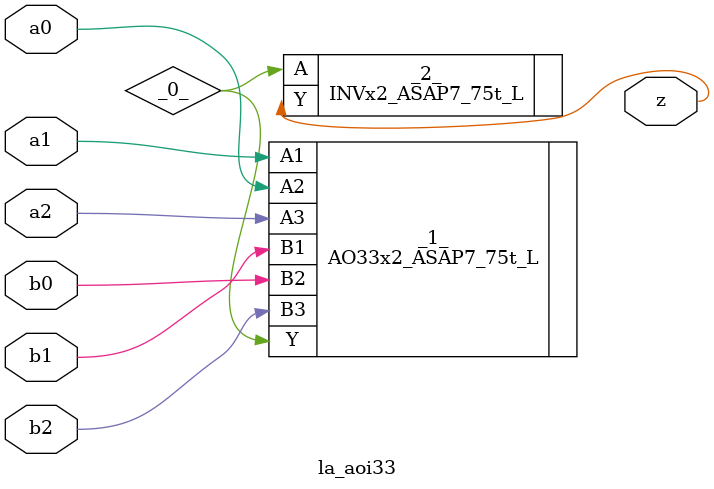
<source format=v>

/* Generated by Yosys 0.37 (git sha1 a5c7f69ed, clang 14.0.0-1ubuntu1.1 -fPIC -Os) */

module la_aoi33(a0, a1, a2, b0, b1, b2, z);
  wire _0_;
  input a0;
  wire a0;
  input a1;
  wire a1;
  input a2;
  wire a2;
  input b0;
  wire b0;
  input b1;
  wire b1;
  input b2;
  wire b2;
  output z;
  wire z;
  AO33x2_ASAP7_75t_L _1_ (
    .A1(a1),
    .A2(a0),
    .A3(a2),
    .B1(b1),
    .B2(b0),
    .B3(b2),
    .Y(_0_)
  );
  INVx2_ASAP7_75t_L _2_ (
    .A(_0_),
    .Y(z)
  );
endmodule

</source>
